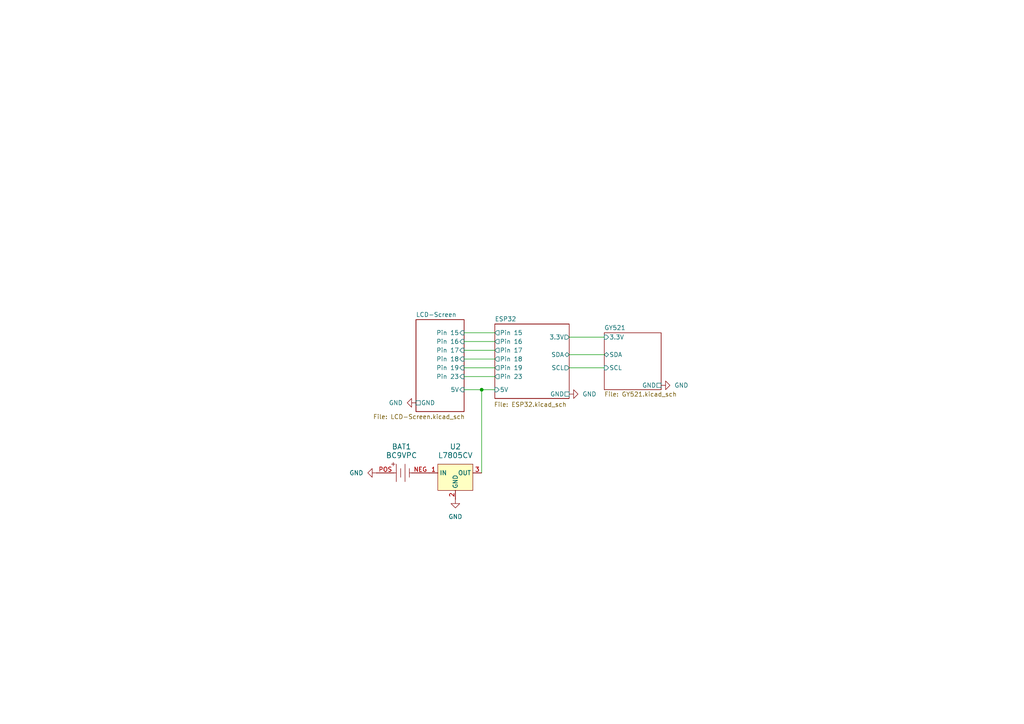
<source format=kicad_sch>
(kicad_sch (version 20231120) (generator "eeschema") (generator_version "8.0")
  (paper "A4")
  (lib_symbols
    (symbol "dk_Battery-Holders-Clips-Contacts:BC9VPC" (pin_names (offset 1.016))
      (property "Reference" "BAT" (at 0 5.08 0))
      (property "Value" "BC9VPC" (at 0 -5.08 0))
      (symbol "BC9VPC_1_1"
        (polyline (pts (xy -2.794 3.048) (xy -2.794 2.032)))
        (polyline (pts (xy -2.286 2.54) (xy -3.302 2.54)))
        (polyline (pts (xy -1.905 0) (xy -2.54 0)))
        (polyline (pts (xy -1.905 2.54) (xy -1.905 -2.54)))
        (polyline (pts (xy -0.635 1.27) (xy -0.635 -1.27)))
        (polyline (pts (xy 0.635 2.54) (xy 0.635 -2.54)))
        (polyline (pts (xy 1.905 1.27) (xy 1.905 -1.27)))
        (polyline (pts (xy 2.54 0) (xy 1.905 0)))
        (pin power_in line (at 7.62 0 180) (length 5.08) (name "~") (number "NEG"))
        (pin power_in line (at -7.62 0 0) (length 5.08) (name "~") (number "POS"))
      )
    )
    (symbol "dk_PMIC-Voltage-Regulators-Linear:L7805CV"
      (property "Reference" "U" (at 0 3.81 0))
      (property "Value" "L7805CV" (at 0 6.35 0))
      (symbol "L7805CV_1_1"
        (rectangle (start -5.08 2.54) (end 5.08 -5.08) (fill (type background)))
        (pin power_in line (at -7.62 0 0) (length 2.54) (name "IN") (number "1"))
        (pin power_in line (at 0 -7.62 90) (length 2.54) (name "GND") (number "2"))
        (pin power_out line (at 7.62 0 180) (length 2.54) (name "OUT") (number "3"))
      )
    )
    (symbol "power:GND" (power) (pin_numbers hide) (pin_names (offset 0) hide)
      (property "Value" "GND" (at 0 -3.81 0))
      (symbol "GND_0_1"
        (polyline (pts (xy 0 0) (xy 0 -1.27) (xy 1.27 -1.27) (xy 0 -2.54) (xy -1.27 -1.27) (xy 0 -1.27)))
      )
      (symbol "GND_1_1"
        (pin power_in line (at 0 0 270) (length 0) (name "~") (number "1"))
      )
    )
  )
  (junction (at 139.7 113.03))
  (wire (pts (xy 165.1 102.87) (xy 175.26 102.87)))
  (wire (pts (xy 134.62 109.22) (xy 143.51 109.22)))
  (wire (pts (xy 139.7 113.03) (xy 143.51 113.03)))
  (wire (pts (xy 165.1 106.68) (xy 175.26 106.68)))
  (wire (pts (xy 134.62 104.14) (xy 143.51 104.14)))
  (wire (pts (xy 134.62 101.6) (xy 143.51 101.6)))
  (wire (pts (xy 134.62 99.06) (xy 143.51 99.06)))
  (wire (pts (xy 139.7 113.03) (xy 139.7 137.16)))
  (wire (pts (xy 134.62 113.03) (xy 139.7 113.03)))
  (wire (pts (xy 134.62 106.68) (xy 143.51 106.68)))
  (wire (pts (xy 165.1 97.79) (xy 175.26 97.79)))
  (wire (pts (xy 134.62 96.52) (xy 143.51 96.52)))
  (symbol (lib_id "power:GND") (at 191.77 111.76 90) (unit 1)
    (property "Reference" "#PWR02" (effects (hide yes)))
    (property "Value" "GND" (at 195.58 111.7599 90) (effects (justify right)))
    (property "Description" "Power symbol creates a global label with name \"GND\" , ground" (effects (hide yes)))
  )
  (symbol (lib_id "power:GND") (at 109.22 137.16 270) (unit 1)
    (property "Reference" "#PWR04" (effects (hide yes)))
    (property "Value" "GND" (at 105.41 137.1599 90) (effects (justify right)))
    (property "Description" "Power symbol creates a global label with name \"GND\" , ground" (effects (hide yes)))
  )
  (symbol (lib_id "power:GND") (at 120.65 116.84 270) (unit 1)
    (property "Reference" "#PWR05" (effects (hide yes)))
    (property "Value" "GND" (at 116.84 116.8399 90) (effects (justify right)))
    (property "Description" "Power symbol creates a global label with name \"GND\" , ground" (effects (hide yes)))
  )
  (symbol (lib_id "dk_PMIC-Voltage-Regulators-Linear:L7805CV") (at 132.08 137.16 0) (unit 1)
    (property "Reference" "U2" (at 132.08 129.54 0) (effects (font (size 1.524 1.524))))
    (property "Value" "L7805CV" (at 132.08 132.08 0) (effects (font (size 1.524 1.524))))
    (property "Footprint" "digikey-footprints:TO-220-3" (effects (hide yes)))
    (property "Datasheet" "http://www.st.com/content/ccc/resource/technical/document/datasheet/41/4f/b3/b0/12/d4/47/88/CD00000444.pdf/files/CD00000444.pdf/jcr:content/translations/en.CD00000444.pdf" (effects (hide yes)))
    (property "Description" "IC REG LINEAR 5V 1.5A TO220AB" (effects (hide yes)))
    (property "Digi-Key_PN" "497-1443-5-ND" (effects (hide yes)))
    (property "MPN" "L7805CV" (effects (hide yes)))
    (property "Category" "Integrated Circuits (ICs)" (effects (hide yes)))
    (property "Family" "PMIC - Voltage Regulators - Linear" (effects (hide yes)))
    (property "DK_Datasheet_Link" "http://www.st.com/content/ccc/resource/technical/document/datasheet/41/4f/b3/b0/12/d4/47/88/CD00000444.pdf/files/CD00000444.pdf/jcr:content/translations/en.CD00000444.pdf" (effects (hide yes)))
    (property "DK_Detail_Page" "/product-detail/en/stmicroelectronics/L7805CV/497-1443-5-ND/585964" (effects (hide yes)))
    (property "Description_1" "IC REG LINEAR 5V 1.5A TO220AB" (effects (hide yes)))
    (property "Manufacturer" "STMicroelectronics" (effects (hide yes)))
    (property "Status" "Active" (effects (hide yes)))
  )
  (symbol (lib_id "power:GND") (at 165.1 114.3 90) (unit 1)
    (property "Reference" "#PWR01" (effects (hide yes)))
    (property "Value" "GND" (at 168.91 114.2999 90) (effects (justify right)))
    (property "Description" "Power symbol creates a global label with name \"GND\" , ground" (effects (hide yes)))
  )
  (symbol (lib_id "dk_Battery-Holders-Clips-Contacts:BC9VPC") (at 116.84 137.16 0) (unit 1)
    (property "Reference" "BAT1" (at 116.459 129.54 0) (effects (font (size 1.524 1.524))))
    (property "Value" "BC9VPC" (at 116.459 132.08 0) (effects (font (size 1.524 1.524))))
    (property "Footprint" "digikey-footprints:Battery_Holder_9V_BC9VPC-ND" (effects (hide yes)))
    (property "Datasheet" "http://www.memoryprotectiondevices.com/datasheets/BC9VPC-datasheet.pdf" (effects (hide yes)))
    (property "Description" "BATTERY HOLDER 9V PC PIN" (effects (hide yes)))
    (property "Digi-Key_PN" "BC9VPC-ND" (effects (hide yes)))
    (property "MPN" "BC9VPC" (effects (hide yes)))
    (property "Category" "Battery Products" (effects (hide yes)))
    (property "Family" "Battery Holders, Clips, Contacts" (effects (hide yes)))
    (property "DK_Datasheet_Link" "http://www.memoryprotectiondevices.com/datasheets/BC9VPC-datasheet.pdf" (effects (hide yes)))
    (property "DK_Detail_Page" "/product-detail/en/mpd-memory-protection-devices/BC9VPC/BC9VPC-ND/257747" (effects (hide yes)))
    (property "Description_1" "BATTERY HOLDER 9V PC PIN" (effects (hide yes)))
    (property "Manufacturer" "MPD (Memory Protection Devices)" (effects (hide yes)))
    (property "Status" "Active" (effects (hide yes)))
  )
  (symbol (lib_id "power:GND") (at 132.08 144.78 0) (unit 1)
    (property "Reference" "#PWR03" (effects (hide yes)))
    (property "Value" "GND" (at 132.08 149.86 0))
    (property "Description" "Power symbol creates a global label with name \"GND\" , ground" (effects (hide yes)))
  )
  (sheet (at 143.51 93.98) (size 21.59 21.59) (stroke (width 0.1524))
    (property "Sheetname" "ESP32" (at 143.51 93.2684 0) (effects (justify left bottom)))
    (property "Sheetfile" "ESP32.kicad_sch" (at 143.256 116.586 0) (effects (justify left top)))
    (pin "SDA" bidirectional (at 165.1 102.87 0))
    (pin "SCL" output (at 165.1 106.68 0))
    (pin "GND" passive (at 165.1 114.3 0))
    (pin "3.3V" output (at 165.1 97.79 0))
    (pin "Pin 16" output (at 143.51 99.06 180))
    (pin "Pin 17" output (at 143.51 101.6 180))
    (pin "Pin 18" output (at 143.51 104.14 180))
    (pin "Pin 19" output (at 143.51 106.68 180))
    (pin "Pin 15" output (at 143.51 96.52 180))
    (pin "Pin 23" output (at 143.51 109.22 180))
    (pin "5V" input (at 143.51 113.03 180))
  )
  (sheet (at 120.65 92.71) (size 13.97 26.67) (stroke (width 0.1524))
    (property "Sheetname" "LCD-Screen" (at 120.65 91.9984 0) (effects (justify left bottom)))
    (property "Sheetfile" "LCD-Screen.kicad_sch" (at 108.204 120.142 0) (effects (justify left top)))
    (pin "5V" input (at 134.62 113.03 0))
    (pin "GND" passive (at 120.65 116.84 180))
    (pin "Pin 23" input (at 134.62 109.22 0))
    (pin "Pin 15" input (at 134.62 96.52 0))
    (pin "Pin 19" input (at 134.62 106.68 0))
    (pin "Pin 17" input (at 134.62 101.6 0))
    (pin "Pin 18" input (at 134.62 104.14 0))
    (pin "Pin 16" input (at 134.62 99.06 0))
  )
  (sheet (at 175.26 96.52) (size 16.51 16.51) (stroke (width 0.1524))
    (property "Sheetname" "GY521" (at 175.26 95.8084 0) (effects (justify left bottom)))
    (property "Sheetfile" "GY521.kicad_sch" (at 175.26 113.6146 0) (effects (justify left top)))
    (pin "SDA" bidirectional (at 175.26 102.87 180))
    (pin "SCL" input (at 175.26 106.68 180))
    (pin "3.3V" input (at 175.26 97.79 180))
    (pin "GND" passive (at 191.77 111.76 0))
  )
)
</source>
